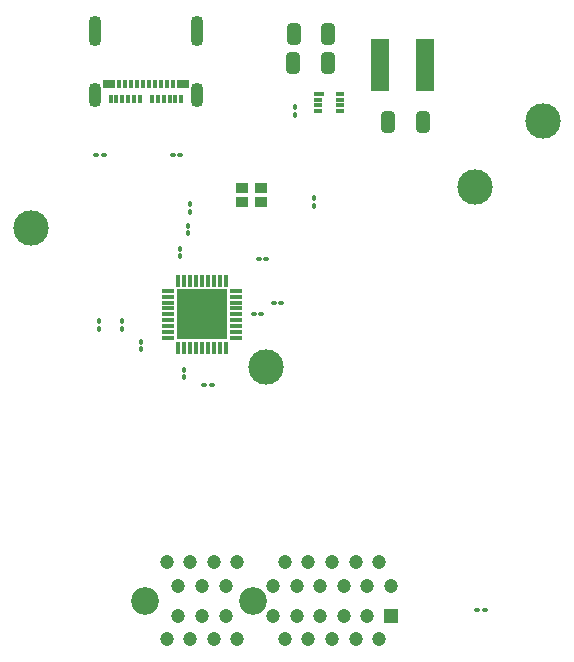
<source format=gbr>
%TF.GenerationSoftware,KiCad,Pcbnew,8.0.8*%
%TF.CreationDate,2025-07-23T18:15:36+02:00*%
%TF.ProjectId,CartridgeMk3ReaderMk6,43617274-7269-4646-9765-4d6b33526561,rev?*%
%TF.SameCoordinates,PX30a32c0PY5466720*%
%TF.FileFunction,Soldermask,Top*%
%TF.FilePolarity,Negative*%
%FSLAX46Y46*%
G04 Gerber Fmt 4.6, Leading zero omitted, Abs format (unit mm)*
G04 Created by KiCad (PCBNEW 8.0.8) date 2025-07-23 18:15:36*
%MOMM*%
%LPD*%
G01*
G04 APERTURE LIST*
G04 Aperture macros list*
%AMRoundRect*
0 Rectangle with rounded corners*
0 $1 Rounding radius*
0 $2 $3 $4 $5 $6 $7 $8 $9 X,Y pos of 4 corners*
0 Add a 4 corners polygon primitive as box body*
4,1,4,$2,$3,$4,$5,$6,$7,$8,$9,$2,$3,0*
0 Add four circle primitives for the rounded corners*
1,1,$1+$1,$2,$3*
1,1,$1+$1,$4,$5*
1,1,$1+$1,$6,$7*
1,1,$1+$1,$8,$9*
0 Add four rect primitives between the rounded corners*
20,1,$1+$1,$2,$3,$4,$5,0*
20,1,$1+$1,$4,$5,$6,$7,0*
20,1,$1+$1,$6,$7,$8,$9,0*
20,1,$1+$1,$8,$9,$2,$3,0*%
G04 Aperture macros list end*
%ADD10RoundRect,0.100000X0.100000X-0.130000X0.100000X0.130000X-0.100000X0.130000X-0.100000X-0.130000X0*%
%ADD11RoundRect,0.100000X-0.130000X-0.100000X0.130000X-0.100000X0.130000X0.100000X-0.130000X0.100000X0*%
%ADD12C,3.000000*%
%ADD13RoundRect,0.250000X-0.325000X-0.650000X0.325000X-0.650000X0.325000X0.650000X-0.325000X0.650000X0*%
%ADD14R,1.050000X0.300000*%
%ADD15R,0.300000X1.050000*%
%ADD16R,4.200000X4.200000*%
%ADD17R,1.550000X4.500000*%
%ADD18RoundRect,0.100000X-0.100000X0.130000X-0.100000X-0.130000X0.100000X-0.130000X0.100000X0.130000X0*%
%ADD19C,2.350000*%
%ADD20R,1.200000X1.200000*%
%ADD21C,1.200000*%
%ADD22R,1.000000X0.900000*%
%ADD23R,0.300000X0.700000*%
%ADD24R,1.000000X0.700000*%
%ADD25O,1.100000X2.100000*%
%ADD26O,1.100000X2.600000*%
%ADD27RoundRect,0.250000X0.325000X0.650000X-0.325000X0.650000X-0.325000X-0.650000X0.325000X-0.650000X0*%
%ADD28R,0.825000X0.300000*%
%ADD29R,0.725000X0.300000*%
%ADD30RoundRect,0.100000X0.130000X0.100000X-0.130000X0.100000X-0.130000X-0.100000X0.130000X-0.100000X0*%
G04 APERTURE END LIST*
D10*
%TO.C,R3*%
X16150000Y48425000D03*
X16150000Y49065000D03*
%TD*%
D11*
%TO.C,R4*%
X22810000Y48150000D03*
X23450000Y48150000D03*
%TD*%
D12*
%TO.C,TP3*%
X46850000Y59900000D03*
%TD*%
D10*
%TO.C,C4*%
X16850000Y50375000D03*
X16850000Y51015000D03*
%TD*%
D13*
%TO.C,C6*%
X33725000Y59800000D03*
X36675000Y59800000D03*
%TD*%
D10*
%TO.C,R8*%
X16500000Y38180000D03*
X16500000Y38820000D03*
%TD*%
D14*
%TO.C,IC1*%
X15150000Y45500000D03*
X15150000Y45000000D03*
X15150000Y44500000D03*
X15150000Y44000000D03*
X15150000Y43500000D03*
X15150000Y43000000D03*
X15150000Y42500000D03*
X15150000Y42000000D03*
X15150000Y41500000D03*
D15*
X16000000Y40650000D03*
X16500000Y40650000D03*
X17000000Y40650000D03*
X17500000Y40650000D03*
X18000000Y40650000D03*
X18500000Y40650000D03*
X19000000Y40650000D03*
X19500000Y40650000D03*
X20000000Y40650000D03*
D14*
X20850000Y41500000D03*
X20850000Y42000000D03*
X20850000Y42500000D03*
X20850000Y43000000D03*
X20850000Y43500000D03*
X20850000Y44000000D03*
X20850000Y44500000D03*
X20850000Y45000000D03*
X20850000Y45500000D03*
D15*
X20000000Y46350000D03*
X19500000Y46350000D03*
X19000000Y46350000D03*
X18500000Y46350000D03*
X18000000Y46350000D03*
X17500000Y46350000D03*
X17000000Y46350000D03*
X16500000Y46350000D03*
X16000000Y46350000D03*
D16*
X18000000Y43500000D03*
%TD*%
D17*
%TO.C,L1*%
X36875000Y64600000D03*
X33025000Y64600000D03*
%TD*%
D11*
%TO.C,R1*%
X15525000Y57000000D03*
X16165000Y57000000D03*
%TD*%
%TO.C,R5*%
X41280000Y18450000D03*
X41920000Y18450000D03*
%TD*%
D18*
%TO.C,C5*%
X25900000Y61015000D03*
X25900000Y60375000D03*
%TD*%
D11*
%TO.C,C3*%
X18180000Y37500000D03*
X18820000Y37500000D03*
%TD*%
D18*
%TO.C,R11*%
X9250000Y42920000D03*
X9250000Y42280000D03*
%TD*%
D19*
%TO.C,J1*%
X22350000Y19250000D03*
X13200000Y19250000D03*
D20*
X34000000Y18000000D03*
D21*
X33000000Y16000000D03*
X32000000Y18000000D03*
X31000000Y16000000D03*
X30000000Y18000000D03*
X29000000Y16000000D03*
X28000000Y18000000D03*
X27000000Y16000000D03*
X26000000Y18000000D03*
X25000000Y16000000D03*
X24000000Y18000000D03*
X21000000Y16000000D03*
X20000000Y18000000D03*
X19000000Y16000000D03*
X18000000Y18000000D03*
X17000000Y16000000D03*
X16000000Y18000000D03*
X15000000Y16000000D03*
X34000000Y20500000D03*
X33000000Y22500000D03*
X32000000Y20500000D03*
X31000000Y22500000D03*
X30000000Y20500000D03*
X29000000Y22500000D03*
X28000000Y20500000D03*
X27000000Y22500000D03*
X26000000Y20500000D03*
X25000000Y22500000D03*
X24000000Y20500000D03*
X21000000Y22500000D03*
X20000000Y20500000D03*
X19000000Y22500000D03*
X18000000Y20500000D03*
X17000000Y22500000D03*
X16000000Y20500000D03*
X15000000Y22500000D03*
%TD*%
D22*
%TO.C,Y1*%
X23000000Y54226000D03*
X21350000Y54226000D03*
X21350000Y53000000D03*
X23000000Y53000000D03*
%TD*%
D10*
%TO.C,C2*%
X17000000Y52180000D03*
X17000000Y52820000D03*
%TD*%
D12*
%TO.C,TP4*%
X41100000Y54250000D03*
%TD*%
D23*
%TO.C,J2*%
X16250000Y61700000D03*
X15750000Y61700000D03*
X15250000Y61700000D03*
X14750000Y61700000D03*
X14250000Y61700000D03*
X13750000Y61700000D03*
X12750000Y61700000D03*
X12250000Y61700000D03*
X11750000Y61700000D03*
X11250000Y61700000D03*
X10750000Y61700000D03*
X10250000Y61700000D03*
D24*
X10150000Y63000000D03*
D23*
X11000000Y63000000D03*
X11500000Y63000000D03*
X12000000Y63000000D03*
X12500000Y63000000D03*
X13000000Y63000000D03*
X13500000Y63000000D03*
X14000000Y63000000D03*
X14500000Y63000000D03*
X15000000Y63000000D03*
X15500000Y63000000D03*
D24*
X16350000Y63000000D03*
D25*
X17570000Y62110000D03*
D26*
X17570000Y67470000D03*
D25*
X8930000Y62110000D03*
D26*
X8930000Y67470000D03*
%TD*%
D27*
%TO.C,C8*%
X28700000Y67250000D03*
X25750000Y67250000D03*
%TD*%
D18*
%TO.C,C1*%
X27500000Y53320000D03*
X27500000Y52680000D03*
%TD*%
D12*
%TO.C,TP2*%
X3550000Y50850000D03*
%TD*%
D28*
%TO.C,IC2*%
X27862000Y62188000D03*
D29*
X27812000Y61688000D03*
X27812000Y61188000D03*
X27812000Y60688000D03*
X29688000Y60688000D03*
X29688000Y61188000D03*
X29688000Y61688000D03*
X29688000Y62188000D03*
%TD*%
D12*
%TO.C,TP1*%
X23450000Y39050000D03*
%TD*%
D30*
%TO.C,R6*%
X24700000Y44500000D03*
X24060000Y44500000D03*
%TD*%
D13*
%TO.C,C7*%
X25725000Y64800000D03*
X28675000Y64800000D03*
%TD*%
D18*
%TO.C,R9*%
X12850000Y41165000D03*
X12850000Y40525000D03*
%TD*%
%TO.C,R10*%
X11250000Y42920000D03*
X11250000Y42280000D03*
%TD*%
D11*
%TO.C,R2*%
X9025000Y57000000D03*
X9665000Y57000000D03*
%TD*%
D30*
%TO.C,R7*%
X23020000Y43550000D03*
X22380000Y43550000D03*
%TD*%
M02*

</source>
